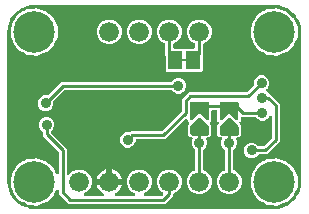
<source format=gbr>
G04 EAGLE Gerber RS-274X export*
G75*
%MOMM*%
%FSLAX34Y34*%
%LPD*%
%INBottom Copper*%
%IPPOS*%
%AMOC8*
5,1,8,0,0,1.08239X$1,22.5*%
G01*
%ADD10C,1.676400*%
%ADD11C,3.516000*%
%ADD12C,0.381000*%
%ADD13R,1.168400X1.600200*%
%ADD14R,0.635000X0.203200*%
%ADD15C,0.254000*%
%ADD16C,0.906400*%

G36*
X228622Y2543D02*
X228622Y2543D01*
X228700Y2545D01*
X232077Y2810D01*
X232145Y2824D01*
X232214Y2829D01*
X232370Y2869D01*
X238794Y4956D01*
X238901Y5006D01*
X239012Y5050D01*
X239063Y5083D01*
X239082Y5091D01*
X239097Y5104D01*
X239148Y5136D01*
X244612Y9107D01*
X244699Y9188D01*
X244746Y9227D01*
X244752Y9231D01*
X244753Y9233D01*
X244791Y9264D01*
X244829Y9310D01*
X244844Y9324D01*
X244855Y9341D01*
X244893Y9387D01*
X246586Y11717D01*
X246599Y11741D01*
X246616Y11761D01*
X246675Y11879D01*
X246739Y11996D01*
X246746Y12022D01*
X246758Y12046D01*
X246785Y12174D01*
X246799Y12185D01*
X246823Y12196D01*
X246925Y12281D01*
X247031Y12361D01*
X247048Y12382D01*
X247068Y12398D01*
X247171Y12522D01*
X248864Y14852D01*
X248921Y14956D01*
X248985Y15056D01*
X249007Y15113D01*
X249017Y15131D01*
X249022Y15151D01*
X249044Y15206D01*
X251131Y21630D01*
X251144Y21698D01*
X251167Y21764D01*
X251190Y21923D01*
X251455Y25300D01*
X251455Y25304D01*
X251456Y25307D01*
X251455Y25326D01*
X251459Y25400D01*
X251459Y152400D01*
X251457Y152422D01*
X251455Y152500D01*
X251190Y155877D01*
X251176Y155945D01*
X251171Y156014D01*
X251131Y156170D01*
X249044Y162594D01*
X248993Y162701D01*
X248950Y162812D01*
X248917Y162863D01*
X248909Y162882D01*
X248896Y162897D01*
X248864Y162948D01*
X247171Y165278D01*
X247153Y165297D01*
X247139Y165320D01*
X247044Y165413D01*
X246953Y165509D01*
X246931Y165524D01*
X246912Y165542D01*
X246798Y165608D01*
X246792Y165624D01*
X246789Y165651D01*
X246740Y165775D01*
X246697Y165900D01*
X246682Y165922D01*
X246672Y165947D01*
X246586Y166083D01*
X244893Y168412D01*
X244812Y168499D01*
X244736Y168591D01*
X244690Y168629D01*
X244676Y168644D01*
X244658Y168655D01*
X244612Y168693D01*
X239148Y172664D01*
X239044Y172721D01*
X238944Y172785D01*
X238887Y172807D01*
X238869Y172817D01*
X238849Y172822D01*
X238794Y172844D01*
X232370Y174931D01*
X232302Y174944D01*
X232236Y174967D01*
X232077Y174990D01*
X228700Y175255D01*
X228678Y175254D01*
X228600Y175259D01*
X25400Y175259D01*
X25378Y175257D01*
X25300Y175255D01*
X21923Y174990D01*
X21855Y174976D01*
X21786Y174971D01*
X21630Y174931D01*
X18892Y174041D01*
X18867Y174030D01*
X18841Y174024D01*
X18724Y173962D01*
X18604Y173906D01*
X18583Y173889D01*
X18560Y173877D01*
X18462Y173789D01*
X18445Y173788D01*
X18418Y173793D01*
X18286Y173785D01*
X18153Y173783D01*
X18128Y173775D01*
X18101Y173774D01*
X17945Y173734D01*
X15206Y172844D01*
X15099Y172794D01*
X14988Y172750D01*
X14937Y172717D01*
X14918Y172709D01*
X14903Y172696D01*
X14852Y172664D01*
X9388Y168693D01*
X9301Y168612D01*
X9209Y168536D01*
X9171Y168490D01*
X9156Y168476D01*
X9145Y168458D01*
X9107Y168412D01*
X5136Y162948D01*
X5079Y162844D01*
X5015Y162744D01*
X4993Y162687D01*
X4983Y162669D01*
X4978Y162649D01*
X4956Y162594D01*
X2869Y156170D01*
X2856Y156102D01*
X2833Y156036D01*
X2810Y155877D01*
X2545Y152500D01*
X2546Y152478D01*
X2541Y152400D01*
X2541Y25400D01*
X2543Y25378D01*
X2545Y25300D01*
X2810Y21923D01*
X2824Y21855D01*
X2829Y21786D01*
X2869Y21630D01*
X4956Y15206D01*
X5006Y15099D01*
X5050Y14988D01*
X5083Y14937D01*
X5091Y14918D01*
X5104Y14903D01*
X5136Y14852D01*
X9107Y9388D01*
X9127Y9366D01*
X9138Y9348D01*
X9184Y9305D01*
X9188Y9301D01*
X9264Y9209D01*
X9310Y9171D01*
X9324Y9156D01*
X9342Y9145D01*
X9388Y9107D01*
X14852Y5136D01*
X14956Y5079D01*
X15056Y5015D01*
X15113Y4993D01*
X15131Y4983D01*
X15151Y4978D01*
X15206Y4956D01*
X17945Y4066D01*
X17971Y4061D01*
X17996Y4051D01*
X18127Y4031D01*
X18257Y4006D01*
X18284Y4008D01*
X18310Y4004D01*
X18441Y4018D01*
X18455Y4008D01*
X18474Y3989D01*
X18585Y3917D01*
X18694Y3842D01*
X18719Y3832D01*
X18742Y3818D01*
X18891Y3759D01*
X21630Y2869D01*
X21698Y2856D01*
X21764Y2833D01*
X21923Y2810D01*
X25300Y2545D01*
X25322Y2546D01*
X25400Y2541D01*
X228600Y2541D01*
X228622Y2543D01*
G37*
%LPC*%
G36*
X163028Y14985D02*
X163028Y14985D01*
X159201Y16571D01*
X156271Y19501D01*
X154685Y23328D01*
X154685Y27472D01*
X156271Y31299D01*
X159201Y34229D01*
X161014Y34980D01*
X161039Y34995D01*
X161067Y35004D01*
X161177Y35073D01*
X161290Y35138D01*
X161311Y35158D01*
X161336Y35174D01*
X161425Y35269D01*
X161518Y35359D01*
X161534Y35384D01*
X161554Y35406D01*
X161617Y35520D01*
X161685Y35630D01*
X161693Y35658D01*
X161708Y35684D01*
X161740Y35810D01*
X161778Y35934D01*
X161780Y35964D01*
X161787Y35992D01*
X161797Y36153D01*
X161797Y51913D01*
X161785Y52011D01*
X161782Y52110D01*
X161765Y52168D01*
X161757Y52229D01*
X161721Y52321D01*
X161693Y52416D01*
X161663Y52468D01*
X161640Y52524D01*
X161582Y52604D01*
X161532Y52690D01*
X161466Y52765D01*
X161454Y52782D01*
X161444Y52789D01*
X161426Y52811D01*
X159535Y54701D01*
X158535Y57114D01*
X158535Y59726D01*
X159266Y61490D01*
X159279Y61538D01*
X159300Y61583D01*
X159321Y61691D01*
X159350Y61797D01*
X159351Y61847D01*
X159360Y61896D01*
X159353Y62005D01*
X159355Y62115D01*
X159344Y62163D01*
X159340Y62213D01*
X159307Y62317D01*
X159281Y62424D01*
X159258Y62468D01*
X159242Y62515D01*
X159184Y62608D01*
X159132Y62705D01*
X159099Y62742D01*
X159072Y62784D01*
X158992Y62859D01*
X158918Y62941D01*
X158877Y62968D01*
X158841Y63002D01*
X158744Y63055D01*
X158653Y63115D01*
X158606Y63132D01*
X158562Y63156D01*
X158456Y63183D01*
X158352Y63219D01*
X158302Y63223D01*
X158254Y63235D01*
X158094Y63245D01*
X157418Y63245D01*
X157365Y63259D01*
X157265Y63265D01*
X157244Y63269D01*
X157232Y63267D01*
X157204Y63269D01*
X156971Y63269D01*
X155185Y65055D01*
X155185Y73296D01*
X156244Y74354D01*
X156309Y74439D01*
X156382Y74518D01*
X156407Y74564D01*
X156439Y74606D01*
X156481Y74704D01*
X156532Y74798D01*
X156544Y74849D01*
X156565Y74897D01*
X156582Y75003D01*
X156607Y75107D01*
X156607Y75160D01*
X156615Y75211D01*
X156605Y75318D01*
X156604Y75425D01*
X156590Y75476D01*
X156585Y75528D01*
X156549Y75629D01*
X156521Y75732D01*
X156495Y75778D01*
X156477Y75827D01*
X156417Y75916D01*
X156365Y76009D01*
X156311Y76072D01*
X156299Y76091D01*
X156287Y76101D01*
X156261Y76132D01*
X156067Y76334D01*
X156061Y76338D01*
X156050Y76351D01*
X155161Y77239D01*
X155167Y77559D01*
X155151Y77709D01*
X155137Y77859D01*
X155134Y77867D01*
X155134Y77875D01*
X155081Y78015D01*
X155030Y78158D01*
X155025Y78165D01*
X155022Y78173D01*
X154936Y78296D01*
X154851Y78421D01*
X154845Y78427D01*
X154840Y78434D01*
X154725Y78532D01*
X154613Y78632D01*
X154605Y78636D01*
X154599Y78641D01*
X154464Y78708D01*
X154329Y78776D01*
X154321Y78778D01*
X154314Y78782D01*
X154167Y78813D01*
X154019Y78846D01*
X154011Y78846D01*
X154003Y78848D01*
X153853Y78841D01*
X153701Y78836D01*
X153693Y78834D01*
X153685Y78834D01*
X153541Y78790D01*
X153396Y78748D01*
X153389Y78744D01*
X153381Y78741D01*
X153252Y78663D01*
X153122Y78587D01*
X153113Y78579D01*
X153109Y78576D01*
X153100Y78568D01*
X153001Y78480D01*
X135988Y61467D01*
X112433Y61467D01*
X112315Y61452D01*
X112196Y61445D01*
X112158Y61432D01*
X112117Y61427D01*
X112007Y61384D01*
X111894Y61347D01*
X111859Y61325D01*
X111822Y61310D01*
X111726Y61241D01*
X111625Y61177D01*
X111597Y61147D01*
X111564Y61124D01*
X111488Y61032D01*
X111407Y60945D01*
X111387Y60910D01*
X111362Y60879D01*
X111311Y60771D01*
X111253Y60667D01*
X111243Y60627D01*
X111226Y60591D01*
X111204Y60474D01*
X111174Y60359D01*
X111170Y60299D01*
X111166Y60279D01*
X111168Y60258D01*
X111164Y60198D01*
X111164Y59654D01*
X110164Y57241D01*
X108318Y55395D01*
X105905Y54395D01*
X103293Y54395D01*
X100880Y55395D01*
X99034Y57241D01*
X98034Y59654D01*
X98034Y62266D01*
X99034Y64679D01*
X100880Y66525D01*
X103293Y67525D01*
X105967Y67525D01*
X106065Y67537D01*
X106164Y67540D01*
X106223Y67557D01*
X106283Y67565D01*
X106375Y67601D01*
X106470Y67629D01*
X106522Y67659D01*
X106578Y67682D01*
X106658Y67740D01*
X106744Y67790D01*
X106819Y67856D01*
X106836Y67868D01*
X106844Y67878D01*
X106865Y67896D01*
X107041Y68073D01*
X132726Y68073D01*
X132824Y68085D01*
X132923Y68088D01*
X132982Y68105D01*
X133042Y68113D01*
X133134Y68149D01*
X133229Y68177D01*
X133281Y68207D01*
X133337Y68230D01*
X133417Y68288D01*
X133503Y68338D01*
X133578Y68404D01*
X133595Y68416D01*
X133603Y68426D01*
X133624Y68444D01*
X149996Y84816D01*
X150056Y84895D01*
X150124Y84967D01*
X150153Y85020D01*
X150190Y85068D01*
X150230Y85159D01*
X150278Y85245D01*
X150293Y85304D01*
X150317Y85359D01*
X150332Y85457D01*
X150357Y85553D01*
X150363Y85653D01*
X150367Y85674D01*
X150365Y85686D01*
X150367Y85714D01*
X150367Y95348D01*
X156112Y101093D01*
X204664Y101093D01*
X204762Y101105D01*
X204861Y101108D01*
X204920Y101125D01*
X204980Y101133D01*
X205072Y101169D01*
X205167Y101197D01*
X205219Y101227D01*
X205275Y101250D01*
X205355Y101308D01*
X205441Y101358D01*
X205516Y101424D01*
X205533Y101436D01*
X205540Y101446D01*
X205562Y101464D01*
X210818Y106721D01*
X210879Y106799D01*
X210947Y106871D01*
X210976Y106924D01*
X211013Y106972D01*
X211052Y107063D01*
X211100Y107150D01*
X211115Y107208D01*
X211139Y107264D01*
X211155Y107362D01*
X211179Y107458D01*
X211186Y107558D01*
X211189Y107578D01*
X211188Y107590D01*
X211190Y107618D01*
X211190Y110292D01*
X212189Y112705D01*
X214036Y114552D01*
X216449Y115551D01*
X219060Y115551D01*
X221473Y114552D01*
X223320Y112705D01*
X224319Y110292D01*
X224319Y107681D01*
X223320Y105268D01*
X222045Y103994D01*
X221972Y103899D01*
X221894Y103810D01*
X221875Y103774D01*
X221850Y103742D01*
X221803Y103633D01*
X221749Y103527D01*
X221740Y103488D01*
X221724Y103450D01*
X221705Y103333D01*
X221679Y103217D01*
X221681Y103176D01*
X221674Y103136D01*
X221685Y103018D01*
X221689Y102899D01*
X221700Y102860D01*
X221704Y102820D01*
X221744Y102708D01*
X221777Y102593D01*
X221798Y102559D01*
X221812Y102520D01*
X221878Y102422D01*
X221939Y102319D01*
X221979Y102274D01*
X221990Y102257D01*
X222005Y102244D01*
X222045Y102199D01*
X224049Y100194D01*
X224128Y100134D01*
X224200Y100066D01*
X224253Y100037D01*
X224301Y100000D01*
X224392Y99960D01*
X224478Y99912D01*
X224537Y99897D01*
X224593Y99873D01*
X224691Y99858D01*
X224786Y99833D01*
X224884Y99827D01*
X233173Y91538D01*
X233173Y59592D01*
X222348Y48767D01*
X216057Y48767D01*
X215959Y48755D01*
X215860Y48752D01*
X215802Y48735D01*
X215741Y48727D01*
X215649Y48691D01*
X215554Y48663D01*
X215502Y48633D01*
X215446Y48610D01*
X215366Y48552D01*
X215280Y48502D01*
X215205Y48436D01*
X215188Y48424D01*
X215181Y48414D01*
X215159Y48396D01*
X213269Y46505D01*
X210856Y45505D01*
X208244Y45505D01*
X205831Y46505D01*
X203985Y48351D01*
X202985Y50764D01*
X202985Y53376D01*
X203985Y55789D01*
X205831Y57635D01*
X208244Y58635D01*
X210856Y58635D01*
X213269Y57635D01*
X215159Y55744D01*
X215238Y55684D01*
X215310Y55616D01*
X215363Y55587D01*
X215411Y55550D01*
X215502Y55510D01*
X215588Y55462D01*
X215647Y55447D01*
X215703Y55423D01*
X215801Y55408D01*
X215896Y55383D01*
X215996Y55377D01*
X216017Y55373D01*
X216029Y55375D01*
X216057Y55373D01*
X219086Y55373D01*
X219184Y55385D01*
X219283Y55388D01*
X219342Y55405D01*
X219402Y55413D01*
X219494Y55449D01*
X219589Y55477D01*
X219641Y55507D01*
X219697Y55530D01*
X219777Y55588D01*
X219863Y55638D01*
X219938Y55704D01*
X219955Y55716D01*
X219963Y55726D01*
X219984Y55744D01*
X226196Y61956D01*
X226256Y62035D01*
X226324Y62107D01*
X226353Y62160D01*
X226390Y62208D01*
X226430Y62299D01*
X226478Y62385D01*
X226493Y62444D01*
X226517Y62499D01*
X226532Y62597D01*
X226557Y62693D01*
X226563Y62793D01*
X226567Y62814D01*
X226565Y62826D01*
X226567Y62854D01*
X226567Y79906D01*
X226559Y79975D01*
X226560Y80045D01*
X226539Y80132D01*
X226527Y80221D01*
X226502Y80286D01*
X226485Y80354D01*
X226443Y80433D01*
X226410Y80517D01*
X226369Y80573D01*
X226337Y80635D01*
X226276Y80702D01*
X226224Y80774D01*
X226170Y80819D01*
X226123Y80870D01*
X226048Y80920D01*
X225979Y80977D01*
X225915Y81007D01*
X225857Y81045D01*
X225772Y81074D01*
X225691Y81112D01*
X225622Y81126D01*
X225556Y81148D01*
X225467Y81155D01*
X225379Y81172D01*
X225309Y81168D01*
X225239Y81173D01*
X225151Y81158D01*
X225061Y81153D01*
X224995Y81131D01*
X224926Y81119D01*
X224844Y81082D01*
X224759Y81054D01*
X224700Y81017D01*
X224636Y80988D01*
X224566Y80932D01*
X224490Y80884D01*
X224442Y80833D01*
X224388Y80790D01*
X224333Y80718D01*
X224272Y80653D01*
X224238Y80592D01*
X224196Y80536D01*
X224125Y80391D01*
X224005Y80101D01*
X222159Y78255D01*
X219746Y77255D01*
X217134Y77255D01*
X214721Y78255D01*
X212831Y80146D01*
X212752Y80206D01*
X212680Y80274D01*
X212627Y80303D01*
X212579Y80340D01*
X212488Y80380D01*
X212402Y80428D01*
X212343Y80443D01*
X212287Y80467D01*
X212189Y80482D01*
X212094Y80507D01*
X211994Y80513D01*
X211973Y80517D01*
X211961Y80515D01*
X211933Y80517D01*
X201430Y80517D01*
X201312Y80502D01*
X201193Y80495D01*
X201155Y80482D01*
X201114Y80477D01*
X201004Y80434D01*
X200891Y80397D01*
X200856Y80375D01*
X200819Y80360D01*
X200723Y80291D01*
X200622Y80227D01*
X200594Y80197D01*
X200561Y80174D01*
X200485Y80082D01*
X200404Y79995D01*
X200384Y79960D01*
X200359Y79929D01*
X200308Y79821D01*
X200250Y79717D01*
X200240Y79677D01*
X200223Y79641D01*
X200201Y79524D01*
X200171Y79409D01*
X200167Y79349D01*
X200163Y79329D01*
X200165Y79308D01*
X200161Y79248D01*
X200161Y78519D01*
X200162Y78512D01*
X200161Y78495D01*
X200185Y77239D01*
X199354Y76408D01*
X199267Y76296D01*
X199176Y76185D01*
X199169Y76170D01*
X199159Y76157D01*
X199102Y76026D01*
X199042Y75896D01*
X199039Y75880D01*
X199032Y75865D01*
X199010Y75724D01*
X198984Y75584D01*
X198985Y75567D01*
X198983Y75551D01*
X198996Y75409D01*
X199006Y75266D01*
X199011Y75251D01*
X199012Y75234D01*
X199061Y75100D01*
X199106Y74964D01*
X199114Y74951D01*
X199120Y74935D01*
X199200Y74817D01*
X199277Y74697D01*
X199293Y74680D01*
X199299Y74672D01*
X199313Y74660D01*
X199388Y74580D01*
X200161Y73864D01*
X200161Y72615D01*
X200163Y72601D01*
X200162Y72567D01*
X200214Y71186D01*
X200199Y71147D01*
X200190Y71073D01*
X200171Y71000D01*
X200161Y70839D01*
X200161Y65055D01*
X198375Y63269D01*
X198142Y63269D01*
X198044Y63257D01*
X197945Y63254D01*
X197915Y63245D01*
X197252Y63245D01*
X197203Y63239D01*
X197154Y63241D01*
X197046Y63219D01*
X196937Y63205D01*
X196891Y63187D01*
X196842Y63177D01*
X196744Y63129D01*
X196641Y63088D01*
X196601Y63059D01*
X196556Y63037D01*
X196473Y62966D01*
X196384Y62902D01*
X196352Y62863D01*
X196314Y62831D01*
X196251Y62741D01*
X196181Y62657D01*
X196160Y62612D01*
X196131Y62571D01*
X196092Y62468D01*
X196046Y62369D01*
X196036Y62320D01*
X196019Y62274D01*
X196006Y62164D01*
X195986Y62057D01*
X195989Y62007D01*
X195983Y61958D01*
X195999Y61849D01*
X196006Y61739D01*
X196021Y61692D01*
X196028Y61643D01*
X196080Y61490D01*
X196811Y59726D01*
X196811Y57114D01*
X195811Y54701D01*
X193920Y52811D01*
X193860Y52732D01*
X193792Y52660D01*
X193763Y52607D01*
X193726Y52559D01*
X193686Y52468D01*
X193638Y52382D01*
X193623Y52323D01*
X193599Y52267D01*
X193584Y52169D01*
X193559Y52074D01*
X193553Y51974D01*
X193549Y51953D01*
X193551Y51941D01*
X193549Y51913D01*
X193549Y36258D01*
X193552Y36229D01*
X193550Y36199D01*
X193572Y36071D01*
X193589Y35943D01*
X193599Y35915D01*
X193604Y35886D01*
X193658Y35767D01*
X193706Y35647D01*
X193723Y35623D01*
X193735Y35596D01*
X193816Y35495D01*
X193892Y35390D01*
X193915Y35371D01*
X193934Y35348D01*
X194037Y35270D01*
X194137Y35187D01*
X194164Y35174D01*
X194188Y35156D01*
X194332Y35085D01*
X196399Y34229D01*
X199329Y31299D01*
X200915Y27472D01*
X200915Y23328D01*
X199329Y19501D01*
X196399Y16571D01*
X192572Y14985D01*
X188428Y14985D01*
X184601Y16571D01*
X181671Y19501D01*
X180085Y23328D01*
X180085Y27472D01*
X181671Y31299D01*
X184601Y34229D01*
X186160Y34875D01*
X186185Y34890D01*
X186213Y34899D01*
X186323Y34968D01*
X186436Y35033D01*
X186457Y35053D01*
X186482Y35069D01*
X186571Y35163D01*
X186664Y35254D01*
X186680Y35279D01*
X186700Y35301D01*
X186763Y35414D01*
X186831Y35525D01*
X186839Y35553D01*
X186854Y35579D01*
X186886Y35705D01*
X186924Y35829D01*
X186926Y35858D01*
X186933Y35887D01*
X186943Y36048D01*
X186943Y51913D01*
X186931Y52011D01*
X186928Y52110D01*
X186911Y52168D01*
X186903Y52229D01*
X186867Y52321D01*
X186839Y52416D01*
X186809Y52468D01*
X186786Y52524D01*
X186728Y52604D01*
X186678Y52690D01*
X186612Y52765D01*
X186600Y52782D01*
X186590Y52789D01*
X186572Y52811D01*
X184681Y54701D01*
X183681Y57114D01*
X183681Y59726D01*
X184412Y61490D01*
X184425Y61538D01*
X184446Y61583D01*
X184467Y61691D01*
X184496Y61797D01*
X184497Y61847D01*
X184506Y61896D01*
X184499Y62005D01*
X184501Y62115D01*
X184490Y62163D01*
X184486Y62213D01*
X184453Y62317D01*
X184427Y62424D01*
X184404Y62468D01*
X184388Y62515D01*
X184330Y62608D01*
X184278Y62705D01*
X184245Y62742D01*
X184218Y62784D01*
X184138Y62859D01*
X184064Y62941D01*
X184023Y62968D01*
X183987Y63002D01*
X183890Y63055D01*
X183799Y63115D01*
X183752Y63132D01*
X183708Y63156D01*
X183602Y63183D01*
X183498Y63219D01*
X183448Y63223D01*
X183400Y63235D01*
X183240Y63245D01*
X182564Y63245D01*
X182511Y63259D01*
X182411Y63265D01*
X182390Y63269D01*
X182378Y63267D01*
X182350Y63269D01*
X182117Y63269D01*
X180331Y65055D01*
X180331Y73296D01*
X181390Y74354D01*
X181455Y74439D01*
X181528Y74518D01*
X181553Y74564D01*
X181585Y74606D01*
X181627Y74704D01*
X181678Y74798D01*
X181690Y74849D01*
X181711Y74897D01*
X181728Y75003D01*
X181753Y75107D01*
X181753Y75160D01*
X181761Y75211D01*
X181751Y75318D01*
X181750Y75425D01*
X181736Y75476D01*
X181731Y75528D01*
X181695Y75629D01*
X181667Y75732D01*
X181641Y75778D01*
X181623Y75827D01*
X181563Y75916D01*
X181511Y76009D01*
X181457Y76072D01*
X181445Y76091D01*
X181433Y76101D01*
X181407Y76132D01*
X181213Y76334D01*
X181207Y76338D01*
X181196Y76351D01*
X180307Y77239D01*
X180331Y78495D01*
X180330Y78502D01*
X180331Y78519D01*
X180331Y84836D01*
X180316Y84954D01*
X180309Y85073D01*
X180296Y85111D01*
X180291Y85152D01*
X180248Y85262D01*
X180211Y85375D01*
X180189Y85410D01*
X180174Y85447D01*
X180105Y85543D01*
X180041Y85644D01*
X180011Y85672D01*
X179988Y85705D01*
X179896Y85781D01*
X179809Y85862D01*
X179774Y85882D01*
X179743Y85907D01*
X179635Y85958D01*
X179531Y86016D01*
X179491Y86026D01*
X179455Y86043D01*
X179338Y86065D01*
X179223Y86095D01*
X179163Y86099D01*
X179143Y86103D01*
X179122Y86101D01*
X179062Y86105D01*
X176284Y86105D01*
X176166Y86090D01*
X176047Y86083D01*
X176009Y86070D01*
X175968Y86065D01*
X175858Y86022D01*
X175745Y85985D01*
X175710Y85963D01*
X175673Y85948D01*
X175577Y85879D01*
X175476Y85815D01*
X175448Y85785D01*
X175415Y85762D01*
X175339Y85670D01*
X175258Y85583D01*
X175238Y85548D01*
X175213Y85517D01*
X175162Y85409D01*
X175104Y85305D01*
X175094Y85265D01*
X175077Y85229D01*
X175055Y85112D01*
X175025Y84997D01*
X175021Y84937D01*
X175017Y84917D01*
X175019Y84896D01*
X175015Y84836D01*
X175015Y78519D01*
X175016Y78511D01*
X175015Y78495D01*
X175039Y77239D01*
X174208Y76408D01*
X174121Y76296D01*
X174030Y76185D01*
X174023Y76170D01*
X174013Y76157D01*
X173956Y76026D01*
X173896Y75896D01*
X173893Y75880D01*
X173886Y75865D01*
X173864Y75724D01*
X173838Y75584D01*
X173839Y75567D01*
X173837Y75551D01*
X173850Y75409D01*
X173860Y75266D01*
X173865Y75251D01*
X173866Y75234D01*
X173915Y75100D01*
X173960Y74964D01*
X173968Y74951D01*
X173974Y74935D01*
X174054Y74817D01*
X174131Y74697D01*
X174147Y74680D01*
X174153Y74672D01*
X174167Y74660D01*
X174242Y74580D01*
X175015Y73864D01*
X175015Y72615D01*
X175017Y72601D01*
X175016Y72567D01*
X175068Y71186D01*
X175053Y71147D01*
X175044Y71073D01*
X175025Y71000D01*
X175015Y70839D01*
X175015Y65055D01*
X173229Y63269D01*
X172996Y63269D01*
X172898Y63257D01*
X172799Y63254D01*
X172769Y63245D01*
X172106Y63245D01*
X172057Y63239D01*
X172008Y63241D01*
X171900Y63219D01*
X171791Y63205D01*
X171745Y63187D01*
X171696Y63177D01*
X171598Y63129D01*
X171495Y63088D01*
X171455Y63059D01*
X171410Y63037D01*
X171327Y62966D01*
X171238Y62902D01*
X171206Y62863D01*
X171168Y62831D01*
X171105Y62741D01*
X171035Y62657D01*
X171014Y62612D01*
X170985Y62571D01*
X170946Y62468D01*
X170900Y62369D01*
X170890Y62320D01*
X170873Y62274D01*
X170860Y62164D01*
X170840Y62057D01*
X170843Y62007D01*
X170837Y61958D01*
X170853Y61849D01*
X170860Y61739D01*
X170875Y61692D01*
X170882Y61643D01*
X170934Y61490D01*
X171665Y59726D01*
X171665Y57114D01*
X170665Y54701D01*
X168774Y52811D01*
X168714Y52732D01*
X168646Y52660D01*
X168617Y52607D01*
X168580Y52559D01*
X168540Y52468D01*
X168492Y52382D01*
X168477Y52323D01*
X168453Y52267D01*
X168438Y52169D01*
X168413Y52074D01*
X168407Y51974D01*
X168403Y51953D01*
X168405Y51941D01*
X168403Y51913D01*
X168403Y36153D01*
X168406Y36124D01*
X168404Y36094D01*
X168426Y35966D01*
X168443Y35837D01*
X168453Y35810D01*
X168458Y35781D01*
X168512Y35662D01*
X168560Y35542D01*
X168577Y35518D01*
X168589Y35491D01*
X168670Y35389D01*
X168746Y35284D01*
X168769Y35265D01*
X168788Y35242D01*
X168891Y35164D01*
X168991Y35081D01*
X169018Y35069D01*
X169042Y35051D01*
X169186Y34980D01*
X170999Y34229D01*
X173929Y31299D01*
X175515Y27472D01*
X175515Y23328D01*
X173929Y19501D01*
X170999Y16571D01*
X167172Y14985D01*
X163028Y14985D01*
G37*
%LPD*%
%LPC*%
G36*
X23676Y5780D02*
X23676Y5780D01*
X23658Y5780D01*
X23543Y5787D01*
X21499Y5787D01*
X20951Y6014D01*
X20852Y6041D01*
X20757Y6077D01*
X20665Y6092D01*
X20644Y6098D01*
X20631Y6098D01*
X20598Y6104D01*
X19416Y6228D01*
X19390Y6227D01*
X19364Y6232D01*
X19231Y6224D01*
X19173Y6223D01*
X19147Y6250D01*
X19125Y6265D01*
X19106Y6283D01*
X18972Y6372D01*
X16215Y7964D01*
X16213Y7965D01*
X16210Y7967D01*
X16066Y8038D01*
X14290Y8773D01*
X13693Y9370D01*
X13626Y9422D01*
X13565Y9483D01*
X13451Y9558D01*
X13442Y9565D01*
X13438Y9567D01*
X13431Y9572D01*
X11929Y10439D01*
X10139Y12903D01*
X10126Y12917D01*
X10116Y12933D01*
X10009Y13054D01*
X8773Y14290D01*
X8357Y15296D01*
X8322Y15356D01*
X8297Y15420D01*
X8211Y15556D01*
X7008Y17211D01*
X6447Y19849D01*
X6436Y19883D01*
X6431Y19919D01*
X6379Y20071D01*
X5787Y21499D01*
X5787Y22822D01*
X5781Y22874D01*
X5783Y22926D01*
X5760Y23086D01*
X5268Y25400D01*
X5760Y27714D01*
X5764Y27767D01*
X5777Y27817D01*
X5787Y27978D01*
X5787Y29301D01*
X6379Y30729D01*
X6388Y30763D01*
X6404Y30795D01*
X6447Y30951D01*
X7008Y33589D01*
X8211Y35244D01*
X8244Y35305D01*
X8286Y35360D01*
X8357Y35504D01*
X8773Y36510D01*
X10009Y37746D01*
X10021Y37761D01*
X10036Y37773D01*
X10139Y37897D01*
X11929Y40361D01*
X13431Y41228D01*
X13499Y41280D01*
X13573Y41324D01*
X13675Y41414D01*
X13684Y41421D01*
X13687Y41424D01*
X13693Y41430D01*
X14290Y42027D01*
X16066Y42762D01*
X16068Y42764D01*
X16071Y42764D01*
X16215Y42836D01*
X19179Y44547D01*
X20598Y44696D01*
X20698Y44720D01*
X20799Y44734D01*
X20887Y44764D01*
X20908Y44769D01*
X20920Y44775D01*
X20951Y44786D01*
X21499Y45013D01*
X23543Y45013D01*
X23560Y45015D01*
X23676Y45020D01*
X27504Y45422D01*
X28573Y45075D01*
X28690Y45053D01*
X28805Y45023D01*
X28865Y45019D01*
X28885Y45015D01*
X28906Y45017D01*
X28965Y45013D01*
X29301Y45013D01*
X31209Y44222D01*
X31230Y44217D01*
X31303Y44188D01*
X35466Y42835D01*
X36078Y42285D01*
X36189Y42207D01*
X36297Y42126D01*
X36327Y42111D01*
X36339Y42103D01*
X36359Y42096D01*
X36441Y42055D01*
X36510Y42027D01*
X37805Y40732D01*
X37819Y40721D01*
X37853Y40686D01*
X41687Y37234D01*
X41900Y36756D01*
X41979Y36626D01*
X42250Y35971D01*
X42255Y35962D01*
X42263Y35941D01*
X43798Y32492D01*
X43826Y32446D01*
X43846Y32397D01*
X43908Y32311D01*
X43963Y32220D01*
X44001Y32183D01*
X44032Y32140D01*
X44114Y32072D01*
X44190Y31997D01*
X44236Y31971D01*
X44277Y31937D01*
X44374Y31891D01*
X44466Y31838D01*
X44517Y31824D01*
X44565Y31801D01*
X44669Y31781D01*
X44772Y31753D01*
X44825Y31751D01*
X44878Y31742D01*
X44984Y31748D01*
X45090Y31746D01*
X45142Y31758D01*
X45195Y31761D01*
X45296Y31794D01*
X45400Y31818D01*
X45447Y31843D01*
X45497Y31859D01*
X45587Y31916D01*
X45682Y31965D01*
X45721Y32001D01*
X45766Y32029D01*
X45839Y32107D01*
X45918Y32178D01*
X45948Y32222D01*
X45984Y32261D01*
X46035Y32354D01*
X46094Y32443D01*
X46112Y32493D01*
X46138Y32540D01*
X46164Y32643D01*
X46199Y32743D01*
X46204Y32796D01*
X46217Y32848D01*
X46227Y33008D01*
X46227Y50176D01*
X46215Y50274D01*
X46212Y50373D01*
X46195Y50432D01*
X46187Y50492D01*
X46151Y50584D01*
X46123Y50679D01*
X46093Y50731D01*
X46070Y50787D01*
X46012Y50867D01*
X45962Y50953D01*
X45896Y51028D01*
X45884Y51045D01*
X45874Y51053D01*
X45856Y51074D01*
X34778Y62152D01*
X32471Y64458D01*
X32471Y67153D01*
X32459Y67251D01*
X32456Y67350D01*
X32439Y67408D01*
X32431Y67469D01*
X32395Y67561D01*
X32367Y67656D01*
X32337Y67708D01*
X32314Y67764D01*
X32256Y67844D01*
X32206Y67930D01*
X32140Y68005D01*
X32128Y68022D01*
X32118Y68029D01*
X32100Y68051D01*
X30209Y69941D01*
X29209Y72354D01*
X29209Y74966D01*
X30209Y77379D01*
X32055Y79225D01*
X34468Y80225D01*
X37080Y80225D01*
X39493Y79225D01*
X41339Y77379D01*
X42339Y74966D01*
X42339Y72354D01*
X41339Y69941D01*
X39732Y68334D01*
X39659Y68240D01*
X39580Y68151D01*
X39562Y68115D01*
X39537Y68083D01*
X39490Y67973D01*
X39435Y67867D01*
X39427Y67828D01*
X39411Y67791D01*
X39392Y67673D01*
X39366Y67557D01*
X39367Y67517D01*
X39361Y67477D01*
X39372Y67358D01*
X39375Y67239D01*
X39387Y67200D01*
X39391Y67160D01*
X39431Y67048D01*
X39464Y66934D01*
X39484Y66899D01*
X39498Y66861D01*
X39565Y66762D01*
X39625Y66660D01*
X39665Y66614D01*
X39677Y66598D01*
X39692Y66584D01*
X39732Y66539D01*
X50526Y55744D01*
X52833Y53438D01*
X52833Y32526D01*
X52850Y32388D01*
X52863Y32249D01*
X52870Y32230D01*
X52873Y32210D01*
X52924Y32081D01*
X52971Y31950D01*
X52982Y31933D01*
X52990Y31914D01*
X53071Y31802D01*
X53149Y31687D01*
X53165Y31673D01*
X53176Y31657D01*
X53284Y31568D01*
X53388Y31476D01*
X53406Y31467D01*
X53421Y31454D01*
X53547Y31395D01*
X53671Y31332D01*
X53691Y31327D01*
X53709Y31319D01*
X53845Y31293D01*
X53981Y31262D01*
X54002Y31263D01*
X54021Y31259D01*
X54160Y31268D01*
X54299Y31272D01*
X54319Y31277D01*
X54339Y31279D01*
X54471Y31321D01*
X54605Y31360D01*
X54622Y31370D01*
X54641Y31377D01*
X54759Y31451D01*
X54879Y31522D01*
X54900Y31540D01*
X54910Y31547D01*
X54924Y31562D01*
X54999Y31628D01*
X57601Y34229D01*
X61428Y35815D01*
X65572Y35815D01*
X69399Y34229D01*
X72329Y31299D01*
X73915Y27472D01*
X73915Y23328D01*
X72329Y19501D01*
X69399Y16571D01*
X67791Y15905D01*
X67730Y15870D01*
X67666Y15844D01*
X67593Y15792D01*
X67515Y15747D01*
X67465Y15699D01*
X67408Y15658D01*
X67351Y15588D01*
X67286Y15526D01*
X67250Y15466D01*
X67205Y15413D01*
X67167Y15331D01*
X67120Y15255D01*
X67100Y15188D01*
X67070Y15125D01*
X67053Y15037D01*
X67027Y14951D01*
X67023Y14881D01*
X67010Y14812D01*
X67016Y14723D01*
X67011Y14633D01*
X67026Y14565D01*
X67030Y14495D01*
X67058Y14410D01*
X67076Y14322D01*
X67106Y14259D01*
X67128Y14193D01*
X67176Y14117D01*
X67215Y14036D01*
X67261Y13983D01*
X67298Y13924D01*
X67364Y13862D01*
X67422Y13794D01*
X67479Y13754D01*
X67530Y13706D01*
X67608Y13663D01*
X67682Y13611D01*
X67747Y13586D01*
X67808Y13552D01*
X67895Y13530D01*
X67979Y13498D01*
X68049Y13490D01*
X68116Y13473D01*
X68277Y13463D01*
X82982Y13463D01*
X83002Y13465D01*
X83022Y13463D01*
X83159Y13485D01*
X83298Y13503D01*
X83316Y13510D01*
X83336Y13513D01*
X83464Y13568D01*
X83593Y13620D01*
X83609Y13631D01*
X83628Y13639D01*
X83738Y13724D01*
X83851Y13806D01*
X83863Y13822D01*
X83879Y13834D01*
X83964Y13944D01*
X84053Y14051D01*
X84062Y14069D01*
X84074Y14085D01*
X84130Y14213D01*
X84189Y14339D01*
X84193Y14359D01*
X84201Y14377D01*
X84223Y14515D01*
X84249Y14651D01*
X84247Y14671D01*
X84251Y14691D01*
X84238Y14830D01*
X84229Y14969D01*
X84223Y14988D01*
X84221Y15008D01*
X84174Y15139D01*
X84131Y15271D01*
X84120Y15288D01*
X84114Y15307D01*
X84035Y15422D01*
X83961Y15540D01*
X83946Y15554D01*
X83935Y15570D01*
X83831Y15662D01*
X83729Y15758D01*
X83712Y15768D01*
X83697Y15781D01*
X83558Y15863D01*
X83175Y16058D01*
X81784Y17069D01*
X80569Y18284D01*
X79558Y19675D01*
X78777Y21207D01*
X78246Y22842D01*
X78237Y22901D01*
X87670Y22901D01*
X87788Y22916D01*
X87907Y22923D01*
X87945Y22935D01*
X87985Y22941D01*
X88096Y22984D01*
X88209Y23021D01*
X88243Y23043D01*
X88281Y23058D01*
X88377Y23127D01*
X88478Y23191D01*
X88506Y23221D01*
X88538Y23244D01*
X88614Y23336D01*
X88696Y23423D01*
X88715Y23458D01*
X88741Y23489D01*
X88792Y23597D01*
X88849Y23701D01*
X88859Y23741D01*
X88877Y23777D01*
X88897Y23884D01*
X88901Y23854D01*
X88945Y23744D01*
X88981Y23631D01*
X89003Y23596D01*
X89018Y23559D01*
X89088Y23462D01*
X89151Y23362D01*
X89181Y23334D01*
X89205Y23301D01*
X89296Y23225D01*
X89383Y23144D01*
X89418Y23124D01*
X89450Y23099D01*
X89557Y23048D01*
X89662Y22990D01*
X89701Y22980D01*
X89737Y22963D01*
X89854Y22941D01*
X89970Y22911D01*
X90030Y22907D01*
X90050Y22903D01*
X90070Y22905D01*
X90130Y22901D01*
X99563Y22901D01*
X99554Y22842D01*
X99023Y21207D01*
X98242Y19675D01*
X97231Y18284D01*
X96016Y17069D01*
X94625Y16058D01*
X94242Y15863D01*
X94225Y15852D01*
X94207Y15844D01*
X94094Y15763D01*
X93979Y15684D01*
X93966Y15669D01*
X93949Y15658D01*
X93860Y15550D01*
X93768Y15446D01*
X93759Y15428D01*
X93747Y15413D01*
X93687Y15286D01*
X93624Y15162D01*
X93620Y15143D01*
X93611Y15125D01*
X93585Y14988D01*
X93554Y14852D01*
X93555Y14832D01*
X93551Y14812D01*
X93560Y14673D01*
X93564Y14534D01*
X93570Y14515D01*
X93571Y14495D01*
X93614Y14363D01*
X93653Y14229D01*
X93663Y14211D01*
X93669Y14193D01*
X93744Y14075D01*
X93814Y13955D01*
X93829Y13941D01*
X93839Y13924D01*
X93941Y13828D01*
X94039Y13730D01*
X94056Y13720D01*
X94071Y13706D01*
X94193Y13639D01*
X94313Y13568D01*
X94332Y13562D01*
X94349Y13552D01*
X94484Y13518D01*
X94618Y13479D01*
X94638Y13478D01*
X94657Y13473D01*
X94818Y13463D01*
X109523Y13463D01*
X109592Y13471D01*
X109662Y13470D01*
X109750Y13491D01*
X109839Y13503D01*
X109904Y13528D01*
X109971Y13545D01*
X110051Y13587D01*
X110134Y13620D01*
X110191Y13661D01*
X110253Y13693D01*
X110319Y13754D01*
X110392Y13806D01*
X110436Y13860D01*
X110488Y13907D01*
X110537Y13982D01*
X110595Y14051D01*
X110624Y14115D01*
X110663Y14173D01*
X110692Y14258D01*
X110730Y14339D01*
X110743Y14408D01*
X110766Y14474D01*
X110773Y14563D01*
X110790Y14651D01*
X110786Y14721D01*
X110791Y14791D01*
X110776Y14879D01*
X110770Y14969D01*
X110749Y15035D01*
X110737Y15104D01*
X110700Y15186D01*
X110672Y15271D01*
X110635Y15330D01*
X110606Y15394D01*
X110550Y15464D01*
X110502Y15540D01*
X110451Y15588D01*
X110408Y15642D01*
X110336Y15697D01*
X110270Y15758D01*
X110209Y15792D01*
X110153Y15834D01*
X110009Y15905D01*
X108401Y16571D01*
X105471Y19501D01*
X103885Y23328D01*
X103885Y27472D01*
X105471Y31299D01*
X108401Y34229D01*
X112228Y35815D01*
X116372Y35815D01*
X120199Y34229D01*
X123129Y31299D01*
X124715Y27472D01*
X124715Y23328D01*
X123129Y19501D01*
X120199Y16571D01*
X118591Y15905D01*
X118530Y15870D01*
X118466Y15844D01*
X118393Y15792D01*
X118315Y15747D01*
X118265Y15699D01*
X118208Y15658D01*
X118151Y15588D01*
X118086Y15526D01*
X118050Y15466D01*
X118005Y15413D01*
X117967Y15331D01*
X117920Y15255D01*
X117900Y15188D01*
X117870Y15125D01*
X117853Y15037D01*
X117827Y14951D01*
X117823Y14881D01*
X117810Y14812D01*
X117816Y14723D01*
X117811Y14633D01*
X117826Y14565D01*
X117830Y14495D01*
X117858Y14410D01*
X117876Y14322D01*
X117906Y14259D01*
X117928Y14193D01*
X117976Y14117D01*
X118015Y14036D01*
X118061Y13983D01*
X118098Y13924D01*
X118164Y13862D01*
X118222Y13794D01*
X118279Y13754D01*
X118330Y13706D01*
X118408Y13663D01*
X118482Y13611D01*
X118547Y13586D01*
X118608Y13552D01*
X118695Y13530D01*
X118779Y13498D01*
X118849Y13490D01*
X118916Y13473D01*
X119077Y13463D01*
X132726Y13463D01*
X132824Y13475D01*
X132923Y13478D01*
X132982Y13495D01*
X133042Y13503D01*
X133134Y13539D01*
X133229Y13567D01*
X133281Y13597D01*
X133337Y13620D01*
X133418Y13678D01*
X133503Y13728D01*
X133578Y13794D01*
X133595Y13806D01*
X133603Y13816D01*
X133624Y13834D01*
X134267Y14478D01*
X134298Y14517D01*
X134334Y14551D01*
X134395Y14642D01*
X134462Y14729D01*
X134482Y14775D01*
X134509Y14816D01*
X134545Y14920D01*
X134588Y15021D01*
X134596Y15070D01*
X134612Y15117D01*
X134621Y15226D01*
X134638Y15335D01*
X134634Y15385D01*
X134638Y15434D01*
X134619Y15542D01*
X134609Y15652D01*
X134592Y15699D01*
X134583Y15748D01*
X134538Y15848D01*
X134501Y15951D01*
X134473Y15992D01*
X134453Y16038D01*
X134384Y16123D01*
X134322Y16214D01*
X134285Y16247D01*
X134254Y16286D01*
X134166Y16352D01*
X134084Y16425D01*
X134040Y16447D01*
X134000Y16477D01*
X133855Y16548D01*
X133801Y16571D01*
X130871Y19501D01*
X129285Y23328D01*
X129285Y27472D01*
X130871Y31299D01*
X133801Y34229D01*
X137628Y35815D01*
X141772Y35815D01*
X145599Y34229D01*
X148529Y31299D01*
X150115Y27472D01*
X150115Y23328D01*
X148529Y19501D01*
X145599Y16571D01*
X143786Y15820D01*
X143761Y15805D01*
X143733Y15796D01*
X143623Y15727D01*
X143510Y15662D01*
X143489Y15642D01*
X143464Y15626D01*
X143375Y15531D01*
X143282Y15441D01*
X143266Y15416D01*
X143246Y15394D01*
X143183Y15280D01*
X143115Y15170D01*
X143107Y15142D01*
X143092Y15116D01*
X143060Y14990D01*
X143022Y14866D01*
X143020Y14836D01*
X143013Y14808D01*
X143003Y14647D01*
X143003Y13872D01*
X135988Y6857D01*
X54512Y6857D01*
X46227Y15142D01*
X46227Y17792D01*
X46221Y17845D01*
X46223Y17898D01*
X46207Y17971D01*
X46205Y18009D01*
X46197Y18034D01*
X46187Y18107D01*
X46168Y18157D01*
X46157Y18209D01*
X46110Y18304D01*
X46108Y18308D01*
X46107Y18311D01*
X46106Y18312D01*
X46070Y18403D01*
X46039Y18446D01*
X46015Y18494D01*
X45946Y18574D01*
X45884Y18660D01*
X45842Y18694D01*
X45808Y18735D01*
X45721Y18795D01*
X45639Y18863D01*
X45590Y18886D01*
X45547Y18916D01*
X45447Y18953D01*
X45351Y18999D01*
X45299Y19009D01*
X45249Y19027D01*
X45143Y19038D01*
X45039Y19058D01*
X44985Y19055D01*
X44933Y19061D01*
X44827Y19045D01*
X44721Y19039D01*
X44671Y19022D01*
X44618Y19015D01*
X44520Y18973D01*
X44419Y18941D01*
X44374Y18912D01*
X44325Y18892D01*
X44240Y18827D01*
X44150Y18771D01*
X44113Y18732D01*
X44071Y18700D01*
X44005Y18616D01*
X43932Y18539D01*
X43906Y18492D01*
X43873Y18451D01*
X43798Y18308D01*
X42263Y14859D01*
X42260Y14849D01*
X42250Y14829D01*
X41994Y14211D01*
X41975Y14187D01*
X41970Y14179D01*
X41968Y14175D01*
X41963Y14164D01*
X41900Y14044D01*
X41687Y13566D01*
X37853Y10114D01*
X37841Y10100D01*
X37805Y10068D01*
X36510Y8773D01*
X36441Y8745D01*
X36324Y8678D01*
X36204Y8615D01*
X36177Y8594D01*
X36165Y8587D01*
X36150Y8572D01*
X36078Y8515D01*
X35466Y7965D01*
X31302Y6612D01*
X31283Y6603D01*
X31209Y6577D01*
X29301Y5787D01*
X28965Y5787D01*
X28847Y5772D01*
X28729Y5765D01*
X28670Y5750D01*
X28650Y5747D01*
X28631Y5740D01*
X28573Y5725D01*
X27504Y5378D01*
X23676Y5780D01*
G37*
%LPD*%
%LPC*%
G36*
X138096Y118236D02*
X138096Y118236D01*
X136905Y119427D01*
X136905Y130948D01*
X136893Y131046D01*
X136890Y131145D01*
X136873Y131204D01*
X136865Y131264D01*
X136829Y131356D01*
X136801Y131451D01*
X136771Y131503D01*
X136748Y131559D01*
X136690Y131639D01*
X136640Y131725D01*
X136574Y131800D01*
X136562Y131817D01*
X136552Y131825D01*
X136534Y131846D01*
X136397Y131982D01*
X136397Y141647D01*
X136394Y141676D01*
X136396Y141706D01*
X136374Y141834D01*
X136357Y141963D01*
X136347Y141990D01*
X136342Y142019D01*
X136288Y142138D01*
X136240Y142258D01*
X136223Y142282D01*
X136211Y142309D01*
X136130Y142411D01*
X136054Y142516D01*
X136031Y142535D01*
X136012Y142558D01*
X135909Y142636D01*
X135809Y142719D01*
X135782Y142731D01*
X135758Y142749D01*
X135614Y142820D01*
X133801Y143571D01*
X130871Y146501D01*
X129285Y150328D01*
X129285Y154472D01*
X130871Y158299D01*
X133801Y161229D01*
X137628Y162815D01*
X141772Y162815D01*
X145599Y161229D01*
X148529Y158299D01*
X150115Y154472D01*
X150115Y150328D01*
X148529Y146501D01*
X145599Y143571D01*
X143786Y142820D01*
X143761Y142805D01*
X143733Y142796D01*
X143623Y142727D01*
X143510Y142662D01*
X143489Y142642D01*
X143464Y142626D01*
X143375Y142531D01*
X143282Y142441D01*
X143266Y142416D01*
X143246Y142394D01*
X143183Y142280D01*
X143115Y142170D01*
X143107Y142142D01*
X143092Y142116D01*
X143060Y141990D01*
X143022Y141866D01*
X143020Y141836D01*
X143013Y141808D01*
X143003Y141647D01*
X143003Y139573D01*
X143018Y139455D01*
X143025Y139336D01*
X143038Y139298D01*
X143043Y139257D01*
X143086Y139147D01*
X143123Y139034D01*
X143145Y138999D01*
X143160Y138962D01*
X143229Y138866D01*
X143293Y138765D01*
X143323Y138737D01*
X143346Y138704D01*
X143438Y138628D01*
X143525Y138547D01*
X143560Y138527D01*
X143591Y138502D01*
X143699Y138451D01*
X143803Y138393D01*
X143843Y138383D01*
X143879Y138366D01*
X143996Y138344D01*
X144111Y138314D01*
X144171Y138310D01*
X144191Y138306D01*
X144212Y138308D01*
X144272Y138304D01*
X151464Y138304D01*
X151503Y138265D01*
X151597Y138192D01*
X151686Y138113D01*
X151722Y138095D01*
X151754Y138070D01*
X151863Y138023D01*
X151969Y137969D01*
X152009Y137960D01*
X152046Y137944D01*
X152163Y137925D01*
X152279Y137899D01*
X152320Y137900D01*
X152360Y137894D01*
X152479Y137905D01*
X152597Y137909D01*
X152636Y137920D01*
X152676Y137924D01*
X152788Y137964D01*
X152903Y137997D01*
X152938Y138018D01*
X152976Y138031D01*
X153074Y138098D01*
X153177Y138159D01*
X153222Y138199D01*
X153239Y138210D01*
X153252Y138225D01*
X153298Y138265D01*
X153336Y138304D01*
X160528Y138304D01*
X160646Y138319D01*
X160765Y138326D01*
X160803Y138339D01*
X160844Y138344D01*
X160954Y138387D01*
X161067Y138424D01*
X161102Y138446D01*
X161139Y138461D01*
X161235Y138530D01*
X161336Y138594D01*
X161364Y138624D01*
X161397Y138647D01*
X161473Y138739D01*
X161554Y138826D01*
X161574Y138861D01*
X161599Y138892D01*
X161650Y139000D01*
X161708Y139104D01*
X161718Y139144D01*
X161735Y139180D01*
X161757Y139297D01*
X161787Y139412D01*
X161791Y139472D01*
X161795Y139492D01*
X161793Y139513D01*
X161797Y139573D01*
X161797Y141647D01*
X161794Y141676D01*
X161796Y141706D01*
X161774Y141834D01*
X161757Y141963D01*
X161747Y141990D01*
X161742Y142019D01*
X161688Y142138D01*
X161640Y142258D01*
X161623Y142282D01*
X161611Y142309D01*
X161530Y142411D01*
X161454Y142516D01*
X161431Y142535D01*
X161412Y142558D01*
X161309Y142636D01*
X161209Y142719D01*
X161182Y142731D01*
X161158Y142749D01*
X161014Y142820D01*
X159201Y143571D01*
X156271Y146501D01*
X154685Y150328D01*
X154685Y154472D01*
X156271Y158299D01*
X159201Y161229D01*
X163028Y162815D01*
X167172Y162815D01*
X170999Y161229D01*
X173929Y158299D01*
X175515Y154472D01*
X175515Y150328D01*
X173929Y146501D01*
X170999Y143571D01*
X169186Y142820D01*
X169161Y142805D01*
X169133Y142796D01*
X169023Y142727D01*
X168910Y142662D01*
X168889Y142642D01*
X168864Y142626D01*
X168775Y142531D01*
X168682Y142441D01*
X168666Y142416D01*
X168646Y142394D01*
X168583Y142280D01*
X168515Y142170D01*
X168507Y142142D01*
X168492Y142116D01*
X168460Y141990D01*
X168422Y141866D01*
X168420Y141836D01*
X168413Y141808D01*
X168403Y141647D01*
X168403Y131982D01*
X168266Y131846D01*
X168206Y131767D01*
X168138Y131695D01*
X168109Y131642D01*
X168072Y131594D01*
X168032Y131503D01*
X167984Y131417D01*
X167969Y131358D01*
X167945Y131303D01*
X167930Y131205D01*
X167905Y131109D01*
X167899Y131009D01*
X167895Y130988D01*
X167897Y130976D01*
X167895Y130948D01*
X167895Y119427D01*
X166704Y118236D01*
X153336Y118236D01*
X153298Y118275D01*
X153203Y118348D01*
X153114Y118427D01*
X153078Y118445D01*
X153046Y118470D01*
X152937Y118517D01*
X152831Y118571D01*
X152791Y118580D01*
X152754Y118596D01*
X152637Y118615D01*
X152521Y118641D01*
X152480Y118640D01*
X152440Y118646D01*
X152322Y118635D01*
X152203Y118631D01*
X152164Y118620D01*
X152124Y118616D01*
X152011Y118576D01*
X151897Y118543D01*
X151863Y118522D01*
X151824Y118509D01*
X151726Y118442D01*
X151623Y118381D01*
X151578Y118341D01*
X151561Y118330D01*
X151548Y118315D01*
X151503Y118275D01*
X151464Y118236D01*
X138096Y118236D01*
G37*
%LPD*%
%LPC*%
G36*
X226876Y5780D02*
X226876Y5780D01*
X226858Y5780D01*
X226743Y5787D01*
X224699Y5787D01*
X224151Y6014D01*
X224052Y6041D01*
X223957Y6077D01*
X223865Y6092D01*
X223844Y6098D01*
X223831Y6098D01*
X223798Y6104D01*
X222379Y6253D01*
X219415Y7964D01*
X219413Y7965D01*
X219410Y7967D01*
X219266Y8038D01*
X217490Y8773D01*
X216893Y9370D01*
X216826Y9422D01*
X216765Y9483D01*
X216651Y9558D01*
X216642Y9565D01*
X216638Y9567D01*
X216631Y9572D01*
X215129Y10439D01*
X213339Y12903D01*
X213326Y12917D01*
X213316Y12933D01*
X213209Y13054D01*
X211973Y14290D01*
X211557Y15296D01*
X211522Y15356D01*
X211497Y15420D01*
X211411Y15556D01*
X210208Y17211D01*
X209647Y19849D01*
X209636Y19883D01*
X209631Y19919D01*
X209579Y20071D01*
X208987Y21499D01*
X208987Y22822D01*
X208981Y22874D01*
X208983Y22926D01*
X208960Y23086D01*
X208468Y25400D01*
X208960Y27714D01*
X208964Y27767D01*
X208977Y27817D01*
X208987Y27978D01*
X208987Y29301D01*
X209579Y30729D01*
X209588Y30763D01*
X209604Y30795D01*
X209647Y30951D01*
X210208Y33589D01*
X211411Y35244D01*
X211444Y35305D01*
X211486Y35360D01*
X211557Y35504D01*
X211973Y36510D01*
X213209Y37746D01*
X213221Y37761D01*
X213236Y37773D01*
X213339Y37897D01*
X215129Y40361D01*
X216631Y41228D01*
X216699Y41280D01*
X216773Y41324D01*
X216875Y41414D01*
X216884Y41421D01*
X216887Y41424D01*
X216893Y41430D01*
X217490Y42027D01*
X219266Y42762D01*
X219268Y42764D01*
X219271Y42764D01*
X219415Y42836D01*
X222379Y44547D01*
X223798Y44696D01*
X223898Y44720D01*
X223999Y44734D01*
X224087Y44764D01*
X224108Y44769D01*
X224120Y44775D01*
X224151Y44786D01*
X224699Y45013D01*
X226743Y45013D01*
X226760Y45015D01*
X226876Y45020D01*
X230704Y45422D01*
X231773Y45075D01*
X231890Y45053D01*
X232005Y45023D01*
X232065Y45019D01*
X232085Y45015D01*
X232106Y45017D01*
X232165Y45013D01*
X232501Y45013D01*
X234409Y44223D01*
X234430Y44217D01*
X234503Y44188D01*
X238666Y42835D01*
X239278Y42285D01*
X239389Y42207D01*
X239497Y42126D01*
X239527Y42111D01*
X239539Y42103D01*
X239559Y42096D01*
X239641Y42055D01*
X239710Y42027D01*
X241005Y40732D01*
X241019Y40721D01*
X241053Y40686D01*
X244887Y37234D01*
X245100Y36756D01*
X245179Y36626D01*
X245450Y35971D01*
X245455Y35963D01*
X245463Y35941D01*
X248292Y29586D01*
X248292Y21214D01*
X245463Y14859D01*
X245460Y14849D01*
X245450Y14829D01*
X245194Y14211D01*
X245175Y14187D01*
X245170Y14178D01*
X245168Y14175D01*
X245163Y14165D01*
X245100Y14044D01*
X244985Y13785D01*
X244977Y13759D01*
X244964Y13736D01*
X244931Y13607D01*
X244914Y13552D01*
X244880Y13536D01*
X244860Y13519D01*
X244836Y13507D01*
X244710Y13407D01*
X241053Y10114D01*
X241041Y10100D01*
X241005Y10068D01*
X239710Y8773D01*
X239641Y8745D01*
X239524Y8678D01*
X239404Y8615D01*
X239377Y8594D01*
X239365Y8587D01*
X239350Y8572D01*
X239278Y8515D01*
X238666Y7965D01*
X234502Y6612D01*
X234483Y6603D01*
X234409Y6577D01*
X232501Y5787D01*
X232165Y5787D01*
X232047Y5772D01*
X231929Y5765D01*
X231870Y5750D01*
X231850Y5747D01*
X231831Y5740D01*
X231773Y5725D01*
X230704Y5378D01*
X226876Y5780D01*
G37*
%LPD*%
%LPC*%
G36*
X226876Y132780D02*
X226876Y132780D01*
X226858Y132780D01*
X226743Y132787D01*
X224699Y132787D01*
X224151Y133014D01*
X224052Y133041D01*
X223957Y133077D01*
X223865Y133092D01*
X223844Y133098D01*
X223831Y133098D01*
X223798Y133104D01*
X222379Y133253D01*
X219415Y134964D01*
X219413Y134965D01*
X219410Y134967D01*
X219266Y135038D01*
X217490Y135773D01*
X216893Y136370D01*
X216826Y136422D01*
X216765Y136483D01*
X216651Y136558D01*
X216642Y136565D01*
X216638Y136567D01*
X216631Y136572D01*
X215129Y137439D01*
X213339Y139903D01*
X213326Y139917D01*
X213316Y139933D01*
X213209Y140054D01*
X211973Y141290D01*
X211557Y142296D01*
X211522Y142356D01*
X211497Y142420D01*
X211411Y142556D01*
X210208Y144211D01*
X209647Y146849D01*
X209636Y146883D01*
X209631Y146919D01*
X209579Y147071D01*
X208987Y148499D01*
X208987Y149822D01*
X208981Y149874D01*
X208983Y149926D01*
X208960Y150086D01*
X208468Y152400D01*
X208960Y154714D01*
X208964Y154767D01*
X208977Y154817D01*
X208987Y154978D01*
X208987Y156301D01*
X209579Y157729D01*
X209588Y157763D01*
X209604Y157795D01*
X209647Y157951D01*
X210208Y160589D01*
X211411Y162244D01*
X211444Y162305D01*
X211486Y162360D01*
X211557Y162504D01*
X211973Y163510D01*
X213209Y164746D01*
X213221Y164761D01*
X213236Y164773D01*
X213339Y164897D01*
X215129Y167361D01*
X216631Y168228D01*
X216699Y168280D01*
X216773Y168324D01*
X216875Y168414D01*
X216884Y168421D01*
X216887Y168424D01*
X216893Y168430D01*
X217490Y169027D01*
X219266Y169762D01*
X219268Y169764D01*
X219271Y169764D01*
X219415Y169836D01*
X222379Y171547D01*
X223798Y171696D01*
X223898Y171720D01*
X223999Y171734D01*
X224087Y171764D01*
X224108Y171769D01*
X224120Y171775D01*
X224151Y171786D01*
X224699Y172013D01*
X226743Y172013D01*
X226760Y172015D01*
X226876Y172020D01*
X230704Y172422D01*
X231773Y172075D01*
X231890Y172053D01*
X232005Y172023D01*
X232065Y172019D01*
X232085Y172015D01*
X232106Y172017D01*
X232165Y172013D01*
X232501Y172013D01*
X234409Y171223D01*
X234430Y171217D01*
X234503Y171188D01*
X238666Y169835D01*
X239278Y169285D01*
X239389Y169207D01*
X239497Y169126D01*
X239527Y169111D01*
X239539Y169103D01*
X239559Y169096D01*
X239641Y169055D01*
X239710Y169027D01*
X241005Y167732D01*
X241019Y167721D01*
X241053Y167686D01*
X244710Y164393D01*
X244732Y164378D01*
X244750Y164359D01*
X244862Y164288D01*
X244910Y164254D01*
X244914Y164217D01*
X244924Y164192D01*
X244929Y164166D01*
X244985Y164015D01*
X245100Y163756D01*
X245179Y163626D01*
X245450Y162971D01*
X245455Y162963D01*
X245463Y162941D01*
X248292Y156586D01*
X248292Y148214D01*
X245463Y141859D01*
X245460Y141849D01*
X245450Y141829D01*
X245194Y141211D01*
X245175Y141187D01*
X245170Y141179D01*
X245168Y141175D01*
X245163Y141164D01*
X245100Y141044D01*
X244887Y140566D01*
X241053Y137114D01*
X241041Y137100D01*
X241005Y137068D01*
X239710Y135773D01*
X239641Y135745D01*
X239524Y135678D01*
X239404Y135615D01*
X239377Y135594D01*
X239365Y135587D01*
X239350Y135572D01*
X239278Y135515D01*
X238666Y134965D01*
X234502Y133612D01*
X234483Y133603D01*
X234409Y133577D01*
X232501Y132787D01*
X232165Y132787D01*
X232047Y132772D01*
X231929Y132765D01*
X231870Y132750D01*
X231850Y132747D01*
X231831Y132740D01*
X231773Y132725D01*
X230704Y132378D01*
X226876Y132780D01*
G37*
%LPD*%
%LPC*%
G36*
X23676Y132780D02*
X23676Y132780D01*
X23658Y132780D01*
X23543Y132787D01*
X21499Y132787D01*
X20951Y133014D01*
X20852Y133041D01*
X20757Y133077D01*
X20665Y133092D01*
X20644Y133098D01*
X20631Y133098D01*
X20598Y133104D01*
X19179Y133253D01*
X16215Y134964D01*
X16213Y134965D01*
X16210Y134967D01*
X16066Y135038D01*
X14290Y135773D01*
X13693Y136370D01*
X13626Y136422D01*
X13565Y136483D01*
X13451Y136558D01*
X13442Y136565D01*
X13438Y136567D01*
X13431Y136572D01*
X11929Y137439D01*
X10139Y139903D01*
X10126Y139917D01*
X10116Y139933D01*
X10009Y140054D01*
X8773Y141290D01*
X8357Y142296D01*
X8322Y142356D01*
X8297Y142420D01*
X8211Y142556D01*
X7008Y144211D01*
X6447Y146849D01*
X6436Y146883D01*
X6431Y146919D01*
X6379Y147071D01*
X5787Y148499D01*
X5787Y149822D01*
X5781Y149874D01*
X5783Y149926D01*
X5760Y150086D01*
X5268Y152400D01*
X5760Y154714D01*
X5764Y154767D01*
X5777Y154817D01*
X5787Y154978D01*
X5787Y156301D01*
X6379Y157729D01*
X6388Y157763D01*
X6404Y157795D01*
X6447Y157951D01*
X7008Y160589D01*
X8211Y162244D01*
X8244Y162305D01*
X8286Y162360D01*
X8357Y162504D01*
X8773Y163510D01*
X10009Y164746D01*
X10021Y164761D01*
X10036Y164773D01*
X10139Y164897D01*
X11929Y167361D01*
X13431Y168228D01*
X13499Y168280D01*
X13573Y168324D01*
X13675Y168414D01*
X13684Y168421D01*
X13687Y168424D01*
X13693Y168430D01*
X14290Y169027D01*
X16066Y169762D01*
X16068Y169764D01*
X16071Y169764D01*
X16215Y169836D01*
X18972Y171428D01*
X18993Y171444D01*
X19017Y171455D01*
X19119Y171540D01*
X19166Y171575D01*
X19203Y171568D01*
X19229Y171569D01*
X19256Y171565D01*
X19416Y171572D01*
X20598Y171696D01*
X20698Y171720D01*
X20799Y171734D01*
X20887Y171764D01*
X20908Y171769D01*
X20920Y171775D01*
X20951Y171786D01*
X21499Y172013D01*
X23543Y172013D01*
X23560Y172015D01*
X23676Y172020D01*
X27504Y172422D01*
X28573Y172075D01*
X28690Y172053D01*
X28805Y172023D01*
X28865Y172019D01*
X28885Y172015D01*
X28906Y172017D01*
X28965Y172013D01*
X29301Y172013D01*
X31209Y171223D01*
X31230Y171217D01*
X31303Y171188D01*
X35466Y169835D01*
X36078Y169285D01*
X36189Y169207D01*
X36297Y169126D01*
X36327Y169111D01*
X36339Y169103D01*
X36359Y169096D01*
X36441Y169055D01*
X36510Y169027D01*
X37805Y167732D01*
X37819Y167721D01*
X37853Y167686D01*
X41687Y164234D01*
X41900Y163756D01*
X41979Y163626D01*
X42250Y162971D01*
X42255Y162963D01*
X42263Y162941D01*
X45092Y156586D01*
X45092Y148214D01*
X42263Y141859D01*
X42260Y141849D01*
X42250Y141829D01*
X41994Y141211D01*
X41975Y141187D01*
X41970Y141179D01*
X41968Y141175D01*
X41963Y141164D01*
X41900Y141044D01*
X41687Y140566D01*
X37853Y137114D01*
X37841Y137100D01*
X37805Y137068D01*
X36510Y135773D01*
X36441Y135745D01*
X36324Y135678D01*
X36204Y135615D01*
X36177Y135594D01*
X36165Y135587D01*
X36150Y135572D01*
X36078Y135515D01*
X35466Y134965D01*
X31302Y133612D01*
X31283Y133603D01*
X31209Y133577D01*
X29301Y132787D01*
X28965Y132787D01*
X28847Y132772D01*
X28729Y132765D01*
X28670Y132750D01*
X28650Y132747D01*
X28631Y132740D01*
X28573Y132725D01*
X27504Y132378D01*
X23676Y132780D01*
G37*
%LPD*%
%LPC*%
G36*
X33619Y85510D02*
X33619Y85510D01*
X31206Y86510D01*
X29360Y88356D01*
X28360Y90769D01*
X28360Y93381D01*
X29360Y95794D01*
X31206Y97640D01*
X33619Y98640D01*
X36293Y98640D01*
X36391Y98652D01*
X36490Y98655D01*
X36549Y98672D01*
X36609Y98680D01*
X36701Y98716D01*
X36796Y98744D01*
X36848Y98774D01*
X36904Y98797D01*
X36984Y98855D01*
X37070Y98905D01*
X37145Y98971D01*
X37162Y98983D01*
X37170Y98993D01*
X37191Y99011D01*
X48162Y109983D01*
X140813Y109983D01*
X140911Y109995D01*
X141010Y109998D01*
X141068Y110015D01*
X141129Y110023D01*
X141221Y110059D01*
X141316Y110087D01*
X141368Y110117D01*
X141424Y110140D01*
X141504Y110198D01*
X141590Y110248D01*
X141665Y110314D01*
X141682Y110326D01*
X141689Y110336D01*
X141711Y110354D01*
X143601Y112245D01*
X146014Y113245D01*
X148626Y113245D01*
X151039Y112245D01*
X152885Y110399D01*
X153885Y107986D01*
X153885Y105374D01*
X152885Y102961D01*
X151039Y101115D01*
X148626Y100115D01*
X146014Y100115D01*
X143601Y101115D01*
X141711Y103006D01*
X141632Y103066D01*
X141560Y103134D01*
X141507Y103163D01*
X141459Y103200D01*
X141368Y103240D01*
X141282Y103288D01*
X141223Y103303D01*
X141167Y103327D01*
X141069Y103342D01*
X140974Y103367D01*
X140874Y103373D01*
X140853Y103377D01*
X140841Y103375D01*
X140813Y103377D01*
X51424Y103377D01*
X51326Y103365D01*
X51227Y103362D01*
X51168Y103345D01*
X51108Y103337D01*
X51016Y103301D01*
X50921Y103273D01*
X50869Y103243D01*
X50813Y103220D01*
X50733Y103162D01*
X50647Y103112D01*
X50572Y103046D01*
X50555Y103034D01*
X50547Y103024D01*
X50526Y103006D01*
X41861Y94341D01*
X41801Y94262D01*
X41733Y94190D01*
X41704Y94137D01*
X41667Y94089D01*
X41627Y93998D01*
X41579Y93912D01*
X41564Y93853D01*
X41540Y93798D01*
X41525Y93700D01*
X41500Y93604D01*
X41494Y93504D01*
X41490Y93483D01*
X41492Y93471D01*
X41490Y93443D01*
X41490Y90769D01*
X40490Y88356D01*
X38644Y86510D01*
X36231Y85510D01*
X33619Y85510D01*
G37*
%LPD*%
%LPC*%
G36*
X112228Y141985D02*
X112228Y141985D01*
X108401Y143571D01*
X105471Y146501D01*
X103885Y150328D01*
X103885Y154472D01*
X105471Y158299D01*
X108401Y161229D01*
X112228Y162815D01*
X116372Y162815D01*
X120199Y161229D01*
X123129Y158299D01*
X124715Y154472D01*
X124715Y150328D01*
X123129Y146501D01*
X120199Y143571D01*
X116372Y141985D01*
X112228Y141985D01*
G37*
%LPD*%
%LPC*%
G36*
X86828Y141985D02*
X86828Y141985D01*
X83001Y143571D01*
X80071Y146501D01*
X78485Y150328D01*
X78485Y154472D01*
X80071Y158299D01*
X83001Y161229D01*
X86828Y162815D01*
X90972Y162815D01*
X94799Y161229D01*
X97729Y158299D01*
X99315Y154472D01*
X99315Y150328D01*
X97729Y146501D01*
X94799Y143571D01*
X90972Y141985D01*
X86828Y141985D01*
G37*
%LPD*%
G36*
X197209Y77470D02*
X197209Y77470D01*
X197228Y77469D01*
X197347Y77500D01*
X197467Y77527D01*
X197484Y77536D01*
X197503Y77541D01*
X197609Y77604D01*
X197717Y77663D01*
X197731Y77676D01*
X197748Y77687D01*
X197832Y77776D01*
X197919Y77862D01*
X197929Y77879D01*
X197942Y77894D01*
X197998Y78003D01*
X198058Y78110D01*
X198063Y78129D01*
X198072Y78147D01*
X198084Y78220D01*
X198123Y78387D01*
X198121Y78438D01*
X198127Y78478D01*
X198127Y92178D01*
X198119Y92236D01*
X198121Y92294D01*
X198099Y92376D01*
X198087Y92460D01*
X198064Y92513D01*
X198049Y92569D01*
X198006Y92642D01*
X197971Y92719D01*
X197933Y92764D01*
X197904Y92814D01*
X197842Y92872D01*
X197788Y92936D01*
X197739Y92968D01*
X197696Y93008D01*
X197621Y93047D01*
X197551Y93094D01*
X197495Y93111D01*
X197443Y93138D01*
X197375Y93149D01*
X197280Y93179D01*
X197180Y93182D01*
X197112Y93193D01*
X183380Y93193D01*
X183322Y93185D01*
X183264Y93187D01*
X183182Y93165D01*
X183099Y93153D01*
X183045Y93130D01*
X182989Y93115D01*
X182916Y93072D01*
X182839Y93037D01*
X182794Y92999D01*
X182744Y92970D01*
X182686Y92908D01*
X182622Y92854D01*
X182590Y92805D01*
X182550Y92762D01*
X182511Y92687D01*
X182465Y92617D01*
X182447Y92561D01*
X182420Y92509D01*
X182409Y92441D01*
X182379Y92346D01*
X182376Y92246D01*
X182365Y92178D01*
X182365Y78478D01*
X182368Y78459D01*
X182366Y78439D01*
X182387Y78318D01*
X182405Y78197D01*
X182413Y78179D01*
X182416Y78159D01*
X182471Y78049D01*
X182521Y77937D01*
X182534Y77922D01*
X182542Y77904D01*
X182625Y77814D01*
X182705Y77720D01*
X182721Y77709D01*
X182734Y77695D01*
X182839Y77631D01*
X182941Y77563D01*
X182960Y77557D01*
X182977Y77546D01*
X183095Y77514D01*
X183212Y77477D01*
X183232Y77476D01*
X183251Y77471D01*
X183373Y77473D01*
X183496Y77469D01*
X183515Y77474D01*
X183535Y77475D01*
X183653Y77510D01*
X183771Y77541D01*
X183788Y77551D01*
X183807Y77557D01*
X183868Y77599D01*
X184016Y77687D01*
X184051Y77724D01*
X184084Y77747D01*
X190246Y83681D01*
X196408Y77747D01*
X196424Y77735D01*
X196437Y77720D01*
X196539Y77652D01*
X196638Y77580D01*
X196657Y77573D01*
X196673Y77563D01*
X196790Y77525D01*
X196906Y77484D01*
X196925Y77483D01*
X196944Y77477D01*
X197067Y77474D01*
X197189Y77466D01*
X197209Y77470D01*
G37*
G36*
X172063Y77470D02*
X172063Y77470D01*
X172082Y77469D01*
X172201Y77500D01*
X172321Y77527D01*
X172338Y77536D01*
X172357Y77541D01*
X172463Y77604D01*
X172571Y77663D01*
X172585Y77676D01*
X172602Y77687D01*
X172686Y77776D01*
X172773Y77862D01*
X172783Y77879D01*
X172796Y77894D01*
X172852Y78003D01*
X172912Y78110D01*
X172917Y78129D01*
X172926Y78147D01*
X172938Y78220D01*
X172977Y78387D01*
X172975Y78438D01*
X172981Y78478D01*
X172981Y92178D01*
X172973Y92236D01*
X172975Y92294D01*
X172953Y92376D01*
X172941Y92460D01*
X172918Y92513D01*
X172903Y92569D01*
X172860Y92642D01*
X172825Y92719D01*
X172787Y92764D01*
X172758Y92814D01*
X172696Y92872D01*
X172642Y92936D01*
X172593Y92968D01*
X172550Y93008D01*
X172475Y93047D01*
X172405Y93094D01*
X172349Y93111D01*
X172297Y93138D01*
X172229Y93149D01*
X172134Y93179D01*
X172034Y93182D01*
X171966Y93193D01*
X158234Y93193D01*
X158176Y93185D01*
X158118Y93187D01*
X158036Y93165D01*
X157953Y93153D01*
X157899Y93130D01*
X157843Y93115D01*
X157770Y93072D01*
X157693Y93037D01*
X157648Y92999D01*
X157598Y92970D01*
X157540Y92908D01*
X157476Y92854D01*
X157444Y92805D01*
X157404Y92762D01*
X157365Y92687D01*
X157319Y92617D01*
X157301Y92561D01*
X157274Y92509D01*
X157263Y92441D01*
X157233Y92346D01*
X157230Y92246D01*
X157219Y92178D01*
X157219Y78478D01*
X157222Y78459D01*
X157220Y78439D01*
X157241Y78318D01*
X157259Y78197D01*
X157267Y78179D01*
X157270Y78159D01*
X157325Y78049D01*
X157375Y77937D01*
X157388Y77922D01*
X157396Y77904D01*
X157479Y77814D01*
X157559Y77720D01*
X157575Y77709D01*
X157588Y77695D01*
X157693Y77631D01*
X157795Y77563D01*
X157814Y77557D01*
X157831Y77546D01*
X157949Y77514D01*
X158066Y77477D01*
X158086Y77476D01*
X158105Y77471D01*
X158227Y77473D01*
X158350Y77469D01*
X158369Y77474D01*
X158389Y77475D01*
X158507Y77510D01*
X158625Y77541D01*
X158642Y77551D01*
X158661Y77557D01*
X158722Y77599D01*
X158870Y77687D01*
X158905Y77724D01*
X158938Y77747D01*
X165100Y83681D01*
X171262Y77747D01*
X171278Y77735D01*
X171291Y77720D01*
X171393Y77652D01*
X171492Y77580D01*
X171511Y77573D01*
X171527Y77563D01*
X171644Y77525D01*
X171760Y77484D01*
X171779Y77483D01*
X171798Y77477D01*
X171921Y77474D01*
X172043Y77466D01*
X172063Y77470D01*
G37*
G36*
X172024Y65311D02*
X172024Y65311D01*
X172082Y65309D01*
X172164Y65331D01*
X172248Y65343D01*
X172301Y65367D01*
X172357Y65381D01*
X172430Y65424D01*
X172507Y65459D01*
X172552Y65497D01*
X172602Y65527D01*
X172660Y65588D01*
X172724Y65643D01*
X172756Y65691D01*
X172796Y65734D01*
X172835Y65809D01*
X172882Y65879D01*
X172899Y65935D01*
X172926Y65987D01*
X172937Y66055D01*
X172967Y66150D01*
X172970Y66250D01*
X172981Y66318D01*
X172981Y72533D01*
X172966Y72638D01*
X172959Y72745D01*
X172947Y72779D01*
X172941Y72815D01*
X172898Y72912D01*
X172861Y73012D01*
X172842Y73037D01*
X172825Y73074D01*
X172692Y73232D01*
X172656Y73278D01*
X165790Y79644D01*
X165758Y79666D01*
X165731Y79694D01*
X165642Y79747D01*
X165557Y79806D01*
X165520Y79818D01*
X165486Y79838D01*
X165386Y79864D01*
X165288Y79897D01*
X165248Y79899D01*
X165210Y79908D01*
X165107Y79905D01*
X165004Y79910D01*
X164965Y79900D01*
X164926Y79899D01*
X164828Y79867D01*
X164727Y79843D01*
X164693Y79824D01*
X164655Y79812D01*
X164592Y79767D01*
X164480Y79703D01*
X164428Y79649D01*
X164382Y79617D01*
X157516Y72751D01*
X157464Y72681D01*
X157404Y72617D01*
X157378Y72568D01*
X157345Y72524D01*
X157314Y72442D01*
X157274Y72364D01*
X157266Y72317D01*
X157244Y72258D01*
X157232Y72110D01*
X157219Y72033D01*
X157219Y66318D01*
X157227Y66260D01*
X157225Y66202D01*
X157247Y66120D01*
X157259Y66037D01*
X157283Y65983D01*
X157297Y65927D01*
X157340Y65854D01*
X157375Y65777D01*
X157413Y65732D01*
X157443Y65682D01*
X157504Y65624D01*
X157559Y65560D01*
X157607Y65528D01*
X157650Y65488D01*
X157725Y65449D01*
X157795Y65403D01*
X157851Y65385D01*
X157903Y65358D01*
X157971Y65347D01*
X158066Y65317D01*
X158166Y65314D01*
X158234Y65303D01*
X171966Y65303D01*
X172024Y65311D01*
G37*
G36*
X197170Y65311D02*
X197170Y65311D01*
X197228Y65309D01*
X197310Y65331D01*
X197394Y65343D01*
X197447Y65367D01*
X197503Y65381D01*
X197576Y65424D01*
X197653Y65459D01*
X197698Y65497D01*
X197748Y65527D01*
X197806Y65588D01*
X197870Y65643D01*
X197902Y65691D01*
X197942Y65734D01*
X197981Y65809D01*
X198028Y65879D01*
X198045Y65935D01*
X198072Y65987D01*
X198083Y66055D01*
X198113Y66150D01*
X198116Y66250D01*
X198127Y66318D01*
X198127Y72533D01*
X198112Y72638D01*
X198105Y72745D01*
X198093Y72779D01*
X198087Y72815D01*
X198044Y72912D01*
X198007Y73012D01*
X197988Y73037D01*
X197971Y73074D01*
X197838Y73232D01*
X197802Y73278D01*
X190936Y79644D01*
X190904Y79666D01*
X190877Y79694D01*
X190788Y79747D01*
X190703Y79806D01*
X190666Y79818D01*
X190632Y79838D01*
X190532Y79864D01*
X190434Y79897D01*
X190394Y79899D01*
X190356Y79908D01*
X190253Y79905D01*
X190150Y79910D01*
X190111Y79900D01*
X190072Y79899D01*
X189974Y79867D01*
X189873Y79843D01*
X189839Y79824D01*
X189801Y79812D01*
X189738Y79767D01*
X189626Y79703D01*
X189574Y79649D01*
X189528Y79617D01*
X182662Y72751D01*
X182610Y72681D01*
X182550Y72617D01*
X182524Y72568D01*
X182491Y72524D01*
X182460Y72442D01*
X182420Y72364D01*
X182412Y72317D01*
X182390Y72258D01*
X182378Y72110D01*
X182365Y72033D01*
X182365Y66318D01*
X182373Y66260D01*
X182371Y66202D01*
X182393Y66120D01*
X182405Y66037D01*
X182429Y65983D01*
X182443Y65927D01*
X182486Y65854D01*
X182521Y65777D01*
X182559Y65732D01*
X182589Y65682D01*
X182650Y65624D01*
X182705Y65560D01*
X182753Y65528D01*
X182796Y65488D01*
X182871Y65449D01*
X182941Y65403D01*
X182997Y65385D01*
X183049Y65358D01*
X183117Y65347D01*
X183212Y65317D01*
X183312Y65314D01*
X183380Y65303D01*
X197112Y65303D01*
X197170Y65311D01*
G37*
%LPC*%
G36*
X91399Y27899D02*
X91399Y27899D01*
X91399Y36063D01*
X91458Y36054D01*
X93093Y35523D01*
X94625Y34742D01*
X96016Y33731D01*
X97231Y32516D01*
X98242Y31125D01*
X99023Y29593D01*
X99554Y27958D01*
X99563Y27899D01*
X91399Y27899D01*
G37*
%LPD*%
%LPC*%
G36*
X78237Y27899D02*
X78237Y27899D01*
X78246Y27958D01*
X78777Y29593D01*
X79558Y31125D01*
X80569Y32516D01*
X81784Y33731D01*
X83175Y34742D01*
X84707Y35523D01*
X86342Y36054D01*
X86401Y36063D01*
X86401Y27899D01*
X78237Y27899D01*
G37*
%LPD*%
D10*
X88900Y152400D03*
X114300Y152400D03*
X139700Y152400D03*
X165100Y152400D03*
X63500Y25400D03*
X88900Y25400D03*
X114300Y25400D03*
X139700Y25400D03*
X165100Y25400D03*
X190500Y25400D03*
D11*
X25400Y152400D03*
X228600Y152400D03*
D12*
X170815Y70993D02*
X170815Y67183D01*
X159385Y67183D01*
X159385Y70993D01*
X170815Y70993D01*
X170815Y70802D02*
X159385Y70802D01*
X170815Y87503D02*
X170815Y91313D01*
X170815Y87503D02*
X159385Y87503D01*
X159385Y91313D01*
X170815Y91313D01*
X170815Y91122D02*
X159385Y91122D01*
X195961Y70993D02*
X195961Y67183D01*
X184531Y67183D01*
X184531Y70993D01*
X195961Y70993D01*
X195961Y70802D02*
X184531Y70802D01*
X195961Y87503D02*
X195961Y91313D01*
X195961Y87503D02*
X184531Y87503D01*
X184531Y91313D01*
X195961Y91313D01*
X195961Y91122D02*
X184531Y91122D01*
D13*
X160020Y128270D03*
X144780Y128270D03*
D14*
X152400Y128270D03*
D11*
X25400Y25400D03*
X228600Y25400D03*
D15*
X160020Y128270D02*
X165100Y133350D01*
X165100Y152400D01*
D16*
X127000Y73660D03*
X33020Y107950D03*
X219125Y72724D03*
X104599Y60960D03*
D15*
X108409Y64770D02*
X134620Y64770D01*
X108409Y64770D02*
X104599Y60960D01*
X153670Y83820D02*
X153670Y93980D01*
X157480Y97790D01*
X206558Y97790D02*
X217754Y108987D01*
D16*
X217754Y108987D03*
D15*
X153670Y83820D02*
X134620Y64770D01*
X157480Y97790D02*
X206558Y97790D01*
D16*
X35774Y73660D03*
D15*
X35774Y65826D01*
D16*
X218440Y96520D03*
D15*
X223520Y96520D01*
X229870Y90170D01*
X229870Y60960D01*
D16*
X209550Y52070D03*
D15*
X220980Y52070D02*
X229870Y60960D01*
X220980Y52070D02*
X209550Y52070D01*
X139700Y25400D02*
X139700Y15240D01*
X134620Y10160D01*
X55880Y10160D01*
X49530Y16510D01*
X49530Y52070D02*
X35774Y65826D01*
X49530Y52070D02*
X49530Y16510D01*
X190246Y89408D02*
X196342Y89408D01*
X201930Y83820D01*
X218440Y83820D01*
D16*
X218440Y83820D03*
D15*
X190246Y89408D02*
X165100Y89408D01*
D16*
X34925Y92075D03*
D15*
X49530Y106680D01*
D16*
X147320Y106680D03*
D15*
X49530Y106680D01*
X165100Y69088D02*
X165100Y58420D01*
D16*
X165100Y58420D03*
D15*
X165100Y25400D01*
X190246Y58420D02*
X190246Y69088D01*
X190246Y58420D02*
X190246Y25654D01*
X190500Y25400D01*
D16*
X190246Y58420D03*
D15*
X144780Y128270D02*
X139700Y133350D01*
X139700Y152400D01*
M02*

</source>
